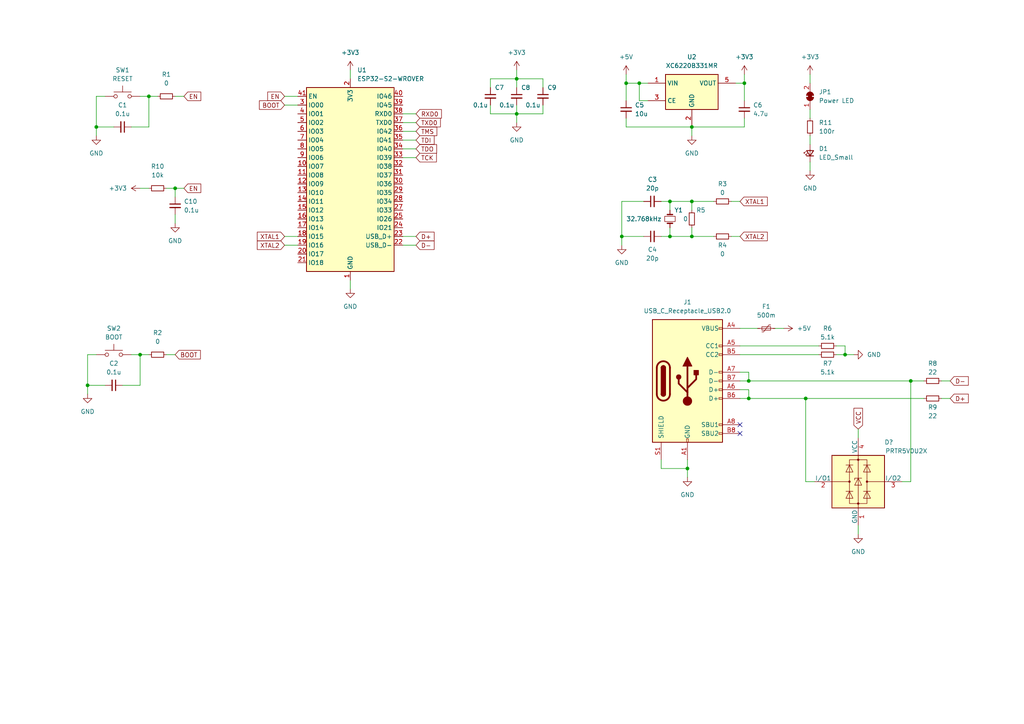
<source format=kicad_sch>
(kicad_sch (version 20211123) (generator eeschema)
  (paper "A4")
  (lib_symbols
    (symbol "Connector:USB_C_Receptacle_USB2.0" (pin_names (offset 1.016))
      (property "Reference" "J" (at -10.16 19.05 0))
      (property "Value" "USB_C_Receptacle_USB2.0" (at 19.05 19.05 0))
      (symbol "USB_C_Receptacle_USB2.0_0_0"
        (rectangle (start -0.254 -17.78) (end 0.254 -16.764))
        (rectangle (start 10.16 -14.986) (end 9.144 -15.494))
        (rectangle (start 10.16 -12.446) (end 9.144 -12.954))
        (rectangle (start 10.16 -4.826) (end 9.144 -5.334))
        (rectangle (start 10.16 -2.286) (end 9.144 -2.794))
        (rectangle (start 10.16 0.254) (end 9.144 -0.254))
        (rectangle (start 10.16 2.794) (end 9.144 2.286))
        (rectangle (start 10.16 7.874) (end 9.144 7.366))
        (rectangle (start 10.16 10.414) (end 9.144 9.906))
        (rectangle (start 10.16 15.494) (end 9.144 14.986))
      )
      (symbol "USB_C_Receptacle_USB2.0_0_1"
        (rectangle (start -10.16 17.78) (end 10.16 -17.78) (stroke (width 0.254)) (fill (type background)))
        (arc (start -8.89 -3.81) (mid -6.985 -5.715) (end -5.08 -3.81) (stroke (width 0.508)))
        (arc (start -7.62 -3.81) (mid -6.985 -4.445) (end -6.35 -3.81) (stroke (width 0.254)))
        (arc (start -7.62 -3.81) (mid -6.985 -4.445) (end -6.35 -3.81) (stroke (width 0.254)) (fill (type outline)))
        (rectangle (start -7.62 -3.81) (end -6.35 3.81) (stroke (width 0.254)) (fill (type outline)))
        (arc (start -6.35 3.81) (mid -6.985 4.445) (end -7.62 3.81) (stroke (width 0.254)))
        (arc (start -6.35 3.81) (mid -6.985 4.445) (end -7.62 3.81) (stroke (width 0.254)) (fill (type outline)))
        (arc (start -5.08 3.81) (mid -6.985 5.715) (end -8.89 3.81) (stroke (width 0.508)))
        (circle (center -2.54 1.143) (radius 0.635) (stroke (width 0.254)) (fill (type outline)))
        (circle (center 0 -5.842) (radius 1.27) (fill (type outline)))
        (polyline (pts (xy -8.89 -3.81) (xy -8.89 3.81)) (stroke (width 0.508)))
        (polyline (pts (xy -5.08 3.81) (xy -5.08 -3.81)) (stroke (width 0.508)))
        (polyline (pts (xy 0 -5.842) (xy 0 4.318)) (stroke (width 0.508)))
        (polyline (pts (xy 0 -3.302) (xy -2.54 -0.762) (xy -2.54 0.508)) (stroke (width 0.508)))
        (polyline (pts (xy 0 -2.032) (xy 2.54 0.508) (xy 2.54 1.778)) (stroke (width 0.508)))
        (polyline (pts (xy -1.27 4.318) (xy 0 6.858) (xy 1.27 4.318) (xy -1.27 4.318)) (stroke (width 0.254)) (fill (type outline)))
        (rectangle (start 1.905 1.778) (end 3.175 3.048) (stroke (width 0.254)) (fill (type outline)))
      )
      (symbol "USB_C_Receptacle_USB2.0_1_1"
        (pin passive line (at 0 -22.86 90) (length 5.08) (name "GND") (number "A1"))
        (pin passive line (at 0 -22.86 90) (length 5.08) hide (name "GND") (number "A12"))
        (pin passive line (at 15.24 15.24 180) (length 5.08) (name "VBUS") (number "A4"))
        (pin bidirectional line (at 15.24 10.16 180) (length 5.08) (name "CC1") (number "A5"))
        (pin bidirectional line (at 15.24 -2.54 180) (length 5.08) (name "D+") (number "A6"))
        (pin bidirectional line (at 15.24 2.54 180) (length 5.08) (name "D-") (number "A7"))
        (pin bidirectional line (at 15.24 -12.7 180) (length 5.08) (name "SBU1") (number "A8"))
        (pin passive line (at 15.24 15.24 180) (length 5.08) hide (name "VBUS") (number "A9"))
        (pin passive line (at 0 -22.86 90) (length 5.08) hide (name "GND") (number "B1"))
        (pin passive line (at 0 -22.86 90) (length 5.08) hide (name "GND") (number "B12"))
        (pin passive line (at 15.24 15.24 180) (length 5.08) hide (name "VBUS") (number "B4"))
        (pin bidirectional line (at 15.24 7.62 180) (length 5.08) (name "CC2") (number "B5"))
        (pin bidirectional line (at 15.24 -5.08 180) (length 5.08) (name "D+") (number "B6"))
        (pin bidirectional line (at 15.24 0 180) (length 5.08) (name "D-") (number "B7"))
        (pin bidirectional line (at 15.24 -15.24 180) (length 5.08) (name "SBU2") (number "B8"))
        (pin passive line (at 15.24 15.24 180) (length 5.08) hide (name "VBUS") (number "B9"))
        (pin passive line (at -7.62 -22.86 90) (length 5.08) (name "SHIELD") (number "S1"))
      )
    )
    (symbol "Device:C_Small" (pin_numbers hide) (pin_names (offset 0.254) hide)
      (property "Reference" "C" (at 0.254 1.778 0))
      (property "Value" "C_Small" (at 0.254 -2.032 0))
      (symbol "C_Small_0_1"
        (polyline (pts (xy -1.524 -0.508) (xy 1.524 -0.508)) (stroke (width 0.3302)))
        (polyline (pts (xy -1.524 0.508) (xy 1.524 0.508)) (stroke (width 0.3048)))
      )
      (symbol "C_Small_1_1"
        (pin passive line (at 0 2.54 270) (length 2.032) (name "~") (number "1"))
        (pin passive line (at 0 -2.54 90) (length 2.032) (name "~") (number "2"))
      )
    )
    (symbol "Device:Crystal_Small" (pin_numbers hide) (pin_names (offset 1.016) hide)
      (property "Reference" "Y" (at 0 2.54 0))
      (property "Value" "Crystal_Small" (at 0 -2.54 0))
      (symbol "Crystal_Small_0_1"
        (rectangle (start -0.762 -1.524) (end 0.762 1.524))
        (polyline (pts (xy -1.27 -0.762) (xy -1.27 0.762)) (stroke (width 0.381)))
        (polyline (pts (xy 1.27 -0.762) (xy 1.27 0.762)) (stroke (width 0.381)))
      )
      (symbol "Crystal_Small_1_1"
        (pin passive line (at -2.54 0 0) (length 1.27) (name "1") (number "1"))
        (pin passive line (at 2.54 0 180) (length 1.27) (name "2") (number "2"))
      )
    )
    (symbol "Device:LED_Small" (pin_numbers hide) (pin_names (offset 0.254) hide)
      (property "Reference" "D" (at -1.27 3.175 0))
      (property "Value" "LED_Small" (at -4.445 -2.54 0))
      (symbol "LED_Small_0_1"
        (polyline (pts (xy -0.762 -1.016) (xy -0.762 1.016)) (stroke (width 0.254)))
        (polyline (pts (xy 1.016 0) (xy -0.762 0)))
        (polyline (pts (xy 0.762 -1.016) (xy -0.762 0) (xy 0.762 1.016) (xy 0.762 -1.016)) (stroke (width 0.254)))
        (polyline (pts (xy 0 0.762) (xy -0.508 1.27) (xy -0.254 1.27) (xy -0.508 1.27) (xy -0.508 1.016)))
        (polyline (pts (xy 0.508 1.27) (xy 0 1.778) (xy 0.254 1.778) (xy 0 1.778) (xy 0 1.524)))
      )
      (symbol "LED_Small_1_1"
        (pin passive line (at -2.54 0 0) (length 1.778) (name "K") (number "1"))
        (pin passive line (at 2.54 0 180) (length 1.778) (name "A") (number "2"))
      )
    )
    (symbol "Device:Polyfuse_Small" (pin_numbers hide) (pin_names (offset 0))
      (property "Reference" "F" (at -1.905 0 90))
      (property "Value" "Polyfuse_Small" (at 1.905 0 90))
      (symbol "Polyfuse_Small_0_1"
        (rectangle (start -0.508 1.27) (end 0.508 -1.27))
        (polyline (pts (xy 0 2.54) (xy 0 -2.54)))
        (polyline (pts (xy -1.016 1.27) (xy -1.016 0.762) (xy 1.016 -0.762) (xy 1.016 -1.27)))
      )
      (symbol "Polyfuse_Small_1_1"
        (pin passive line (at 0 2.54 270) (length 0.635) (name "~") (number "1"))
        (pin passive line (at 0 -2.54 90) (length 0.635) (name "~") (number "2"))
      )
    )
    (symbol "Device:R_Small" (pin_numbers hide) (pin_names (offset 0.254) hide)
      (property "Reference" "R" (at 0.762 0.508 0))
      (property "Value" "R_Small" (at 0.762 -1.016 0))
      (symbol "R_Small_0_1"
        (rectangle (start -0.762 1.778) (end 0.762 -1.778) (stroke (width 0.2032)))
      )
      (symbol "R_Small_1_1"
        (pin passive line (at 0 2.54 270) (length 0.762) (name "~") (number "1"))
        (pin passive line (at 0 -2.54 90) (length 0.762) (name "~") (number "2"))
      )
    )
    (symbol "Jumper:SolderJumper_2_Bridged" (pin_names (offset 0) hide)
      (property "Reference" "JP" (at 0 2.032 0))
      (property "Value" "SolderJumper_2_Bridged" (at 0 -2.54 0))
      (symbol "SolderJumper_2_Bridged_0_1"
        (rectangle (start -0.508 0.508) (end 0.508 -0.508) (fill (type outline)))
        (arc (start -0.254 1.016) (mid -1.27 0) (end -0.254 -1.016))
        (arc (start -0.254 1.016) (mid -1.27 0) (end -0.254 -1.016) (fill (type outline)))
        (polyline (pts (xy -0.254 1.016) (xy -0.254 -1.016)))
        (polyline (pts (xy 0.254 1.016) (xy 0.254 -1.016)))
        (arc (start 0.254 -1.016) (mid 1.27 0) (end 0.254 1.016))
        (arc (start 0.254 -1.016) (mid 1.27 0) (end 0.254 1.016) (fill (type outline)))
      )
      (symbol "SolderJumper_2_Bridged_1_1"
        (pin passive line (at -3.81 0 0) (length 2.54) (name "A") (number "1"))
        (pin passive line (at 3.81 0 180) (length 2.54) (name "B") (number "2"))
      )
    )
    (symbol "Power_Protection:PRTR5V0U2X" (pin_names (offset 0))
      (property "Reference" "D" (at 2.794 8.636 0))
      (property "Value" "PRTR5V0U2X" (at 8.128 -9.398 0))
      (symbol "PRTR5V0U2X_0_1"
        (rectangle (start -7.62 -7.62) (end 7.62 7.62) (stroke (width 0.254)) (fill (type background)))
        (circle (center -2.54 0) (radius 0.254) (fill (type outline)))
        (rectangle (start -2.54 6.35) (end 2.54 -6.35))
        (circle (center 0 -6.35) (radius 0.254) (fill (type outline)))
        (polyline (pts (xy -2.54 0) (xy -7.62 0)))
        (polyline (pts (xy -1.524 -2.794) (xy -3.556 -2.794)))
        (polyline (pts (xy -1.524 4.826) (xy -3.556 4.826)))
        (polyline (pts (xy 0 -7.62) (xy 0 7.62)))
        (polyline (pts (xy 1.524 -2.794) (xy 3.556 -2.794)))
        (polyline (pts (xy 1.524 4.826) (xy 3.556 4.826)))
        (polyline (pts (xy 2.54 0) (xy 7.62 0)))
        (polyline (pts (xy 1.016 1.016) (xy -1.016 1.016) (xy -1.016 0.508)))
        (polyline (pts (xy -3.556 -4.826) (xy -1.524 -4.826) (xy -2.54 -2.794) (xy -3.556 -4.826)))
        (polyline (pts (xy -3.556 2.794) (xy -1.524 2.794) (xy -2.54 4.826) (xy -3.556 2.794)))
        (polyline (pts (xy -1.016 -1.016) (xy 1.016 -1.016) (xy 0 1.016) (xy -1.016 -1.016)))
        (polyline (pts (xy 3.556 -4.826) (xy 1.524 -4.826) (xy 2.54 -2.794) (xy 3.556 -4.826)))
        (polyline (pts (xy 3.556 2.794) (xy 1.524 2.794) (xy 2.54 4.826) (xy 3.556 2.794)))
        (circle (center 0 6.35) (radius 0.254) (fill (type outline)))
        (circle (center 2.54 0) (radius 0.254) (fill (type outline)))
      )
      (symbol "PRTR5V0U2X_1_1"
        (pin passive line (at 0 -12.7 90) (length 5.08) (name "GND") (number "1"))
        (pin passive line (at -12.7 0 0) (length 5.08) (name "I/O1") (number "2"))
        (pin passive line (at 12.7 0 180) (length 5.08) (name "I/O2") (number "3"))
        (pin passive line (at 0 12.7 270) (length 5.08) (name "VCC") (number "4"))
      )
    )
    (symbol "RF_Module:ESP32-S2-WROVER"
      (property "Reference" "U" (at -12.7 29.21 0))
      (property "Value" "ESP32-S2-WROVER" (at 2.54 29.21 0))
      (symbol "ESP32-S2-WROVER_0_1"
        (rectangle (start -12.7 27.94) (end 12.7 -25.4) (stroke (width 0.254)) (fill (type background)))
      )
      (symbol "ESP32-S2-WROVER_1_1"
        (pin power_in line (at 0 -27.94 90) (length 2.54) (name "GND") (number "1"))
        (pin bidirectional line (at -15.24 5.08 0) (length 2.54) (name "IO07") (number "10"))
        (pin bidirectional line (at -15.24 2.54 0) (length 2.54) (name "IO08") (number "11"))
        (pin bidirectional line (at -15.24 0 0) (length 2.54) (name "IO09") (number "12"))
        (pin bidirectional line (at -15.24 -2.54 0) (length 2.54) (name "IO10") (number "13"))
        (pin bidirectional line (at -15.24 -5.08 0) (length 2.54) (name "IO11") (number "14"))
        (pin bidirectional line (at -15.24 -7.62 0) (length 2.54) (name "IO12") (number "15"))
        (pin bidirectional line (at -15.24 -10.16 0) (length 2.54) (name "IO13") (number "16"))
        (pin bidirectional line (at -15.24 -12.7 0) (length 2.54) (name "IO14") (number "17"))
        (pin bidirectional line (at -15.24 -15.24 0) (length 2.54) (name "IO15") (number "18"))
        (pin bidirectional line (at -15.24 -17.78 0) (length 2.54) (name "IO16") (number "19"))
        (pin power_in line (at 0 30.48 270) (length 2.54) (name "3V3") (number "2"))
        (pin bidirectional line (at -15.24 -20.32 0) (length 2.54) (name "IO17") (number "20"))
        (pin bidirectional line (at -15.24 -22.86 0) (length 2.54) (name "IO18") (number "21"))
        (pin bidirectional line (at 15.24 -17.78 180) (length 2.54) (name "USB_D-") (number "22"))
        (pin bidirectional line (at 15.24 -15.24 180) (length 2.54) (name "USB_D+") (number "23"))
        (pin bidirectional line (at 15.24 -12.7 180) (length 2.54) (name "IO21") (number "24"))
        (pin bidirectional line (at 15.24 -10.16 180) (length 2.54) (name "IO26") (number "25"))
        (pin passive line (at 0 -27.94 90) (length 2.54) hide (name "GND") (number "26"))
        (pin bidirectional line (at 15.24 -7.62 180) (length 2.54) (name "IO33") (number "27"))
        (pin bidirectional line (at 15.24 -5.08 180) (length 2.54) (name "IO34") (number "28"))
        (pin bidirectional line (at 15.24 -2.54 180) (length 2.54) (name "IO35") (number "29"))
        (pin bidirectional line (at -15.24 22.86 0) (length 2.54) (name "IO00") (number "3"))
        (pin bidirectional line (at 15.24 0 180) (length 2.54) (name "IO36") (number "30"))
        (pin bidirectional line (at 15.24 2.54 180) (length 2.54) (name "IO37") (number "31"))
        (pin bidirectional line (at 15.24 5.08 180) (length 2.54) (name "IO38") (number "32"))
        (pin bidirectional line (at 15.24 7.62 180) (length 2.54) (name "IO39") (number "33"))
        (pin bidirectional line (at 15.24 10.16 180) (length 2.54) (name "IO40") (number "34"))
        (pin bidirectional line (at 15.24 12.7 180) (length 2.54) (name "IO41") (number "35"))
        (pin bidirectional line (at 15.24 15.24 180) (length 2.54) (name "IO42") (number "36"))
        (pin bidirectional line (at 15.24 17.78 180) (length 2.54) (name "TXD0") (number "37"))
        (pin bidirectional line (at 15.24 20.32 180) (length 2.54) (name "RXD0") (number "38"))
        (pin bidirectional line (at 15.24 22.86 180) (length 2.54) (name "IO45") (number "39"))
        (pin bidirectional line (at -15.24 20.32 0) (length 2.54) (name "IO01") (number "4"))
        (pin input line (at 15.24 25.4 180) (length 2.54) (name "IO46") (number "40"))
        (pin input line (at -15.24 25.4 0) (length 2.54) (name "EN") (number "41"))
        (pin passive line (at 0 -27.94 90) (length 2.54) hide (name "GND") (number "42"))
        (pin passive line (at 0 -27.94 90) (length 2.54) hide (name "GND") (number "43"))
        (pin bidirectional line (at -15.24 17.78 0) (length 2.54) (name "IO02") (number "5"))
        (pin bidirectional line (at -15.24 15.24 0) (length 2.54) (name "IO03") (number "6"))
        (pin bidirectional line (at -15.24 12.7 0) (length 2.54) (name "IO04") (number "7"))
        (pin bidirectional line (at -15.24 10.16 0) (length 2.54) (name "IO05") (number "8"))
        (pin bidirectional line (at -15.24 7.62 0) (length 2.54) (name "IO06") (number "9"))
      )
    )
    (symbol "Regulator_Linear:XC6220B331MR"
      (property "Reference" "U" (at 0 8.89 0))
      (property "Value" "XC6220B331MR" (at 0 6.35 0))
      (symbol "XC6220B331MR_0_1"
        (rectangle (start -7.62 5.08) (end 7.62 -5.08) (stroke (width 0.254)) (fill (type background)))
      )
      (symbol "XC6220B331MR_1_1"
        (pin power_in line (at -12.7 2.54 0) (length 5.08) (name "VIN") (number "1"))
        (pin power_in line (at 0 -10.16 90) (length 5.08) (name "GND") (number "2"))
        (pin input line (at -12.7 -2.54 0) (length 5.08) (name "CE") (number "3"))
        (pin no_connect line (at 12.7 -2.54 180) (length 5.08) hide (name "NC") (number "4"))
        (pin power_out line (at 12.7 2.54 180) (length 5.08) (name "VOUT") (number "5"))
      )
    )
    (symbol "Switch:SW_Push" (pin_numbers hide) (pin_names (offset 1.016) hide)
      (property "Reference" "SW" (at 1.27 2.54 0))
      (property "Value" "SW_Push" (at 0 -1.524 0))
      (symbol "SW_Push_0_1"
        (circle (center -2.032 0) (radius 0.508))
        (polyline (pts (xy 0 1.27) (xy 0 3.048)))
        (polyline (pts (xy 2.54 1.27) (xy -2.54 1.27)))
        (circle (center 2.032 0) (radius 0.508))
        (pin passive line (at -5.08 0 0) (length 2.54) (name "1") (number "1"))
        (pin passive line (at 5.08 0 180) (length 2.54) (name "2") (number "2"))
      )
    )
    (symbol "power:+3.3V" (power) (pin_names (offset 0))
      (property "Value" "+3.3V" (at 0 3.556 0))
      (symbol "+3.3V_0_1"
        (polyline (pts (xy -0.762 1.27) (xy 0 2.54)))
        (polyline (pts (xy 0 0) (xy 0 2.54)))
        (polyline (pts (xy 0 2.54) (xy 0.762 1.27)))
      )
      (symbol "+3.3V_1_1"
        (pin power_in line (at 0 0 90) (length 0) hide (name "+3V3") (number "1"))
      )
    )
    (symbol "power:+5V" (power) (pin_names (offset 0))
      (property "Value" "+5V" (at 0 3.556 0))
      (symbol "+5V_0_1"
        (polyline (pts (xy -0.762 1.27) (xy 0 2.54)))
        (polyline (pts (xy 0 0) (xy 0 2.54)))
        (polyline (pts (xy 0 2.54) (xy 0.762 1.27)))
      )
      (symbol "+5V_1_1"
        (pin power_in line (at 0 0 90) (length 0) hide (name "+5V") (number "1"))
      )
    )
    (symbol "power:GND" (power) (pin_names (offset 0))
      (property "Value" "GND" (at 0 -3.81 0))
      (symbol "GND_0_1"
        (polyline (pts (xy 0 0) (xy 0 -1.27) (xy 1.27 -1.27) (xy 0 -2.54) (xy -1.27 -1.27) (xy 0 -1.27)))
      )
      (symbol "GND_1_1"
        (pin power_in line (at 0 0 270) (length 0) hide (name "GND") (number "1"))
      )
    )
  )
  (junction (at 233.68 115.57))
  (junction (at 215.9 24.13))
  (junction (at 217.17 115.57))
  (junction (at 194.31 68.58))
  (junction (at 50.8 54.61))
  (junction (at 217.17 110.49))
  (junction (at 185.42 24.13))
  (junction (at 40.64 102.87))
  (junction (at 180.34 68.58))
  (junction (at 200.66 68.58))
  (junction (at 181.61 24.13))
  (junction (at 200.66 36.83))
  (junction (at 199.39 135.89))
  (junction (at 245.11 102.87))
  (junction (at 149.86 22.86))
  (junction (at 194.31 58.42))
  (junction (at 149.86 33.02))
  (junction (at 25.4 111.76))
  (junction (at 43.18 27.94))
  (junction (at 200.66 58.42))
  (junction (at 264.16 110.49))
  (junction (at 27.94 36.83))
  (no_connect (at 214.63 125.73))
  (no_connect (at 214.63 123.19))
  (wire (pts (xy 194.31 60.96) (xy 194.31 58.42)))
  (wire (pts (xy 40.64 102.87) (xy 40.64 111.76)))
  (wire (pts (xy 116.84 68.58) (xy 120.65 68.58)))
  (wire (pts (xy 149.86 20.32) (xy 149.86 22.86)))
  (wire (pts (xy 149.86 22.86) (xy 157.48 22.86)))
  (wire (pts (xy 245.11 102.87) (xy 247.65 102.87)))
  (wire (pts (xy 217.17 110.49) (xy 264.16 110.49)))
  (wire (pts (xy 30.48 27.94) (xy 27.94 27.94)))
  (wire (pts (xy 82.55 68.58) (xy 86.36 68.58)))
  (wire (pts (xy 116.84 71.12) (xy 120.65 71.12)))
  (wire (pts (xy 215.9 24.13) (xy 215.9 21.59)))
  (wire (pts (xy 40.64 54.61) (xy 43.18 54.61)))
  (wire (pts (xy 48.26 102.87) (xy 50.8 102.87)))
  (wire (pts (xy 116.84 40.64) (xy 120.65 40.64)))
  (wire (pts (xy 38.1 102.87) (xy 40.64 102.87)))
  (wire (pts (xy 194.31 58.42) (xy 200.66 58.42)))
  (wire (pts (xy 181.61 34.29) (xy 181.61 36.83)))
  (wire (pts (xy 234.95 39.37) (xy 234.95 41.91)))
  (wire (pts (xy 180.34 68.58) (xy 186.69 68.58)))
  (wire (pts (xy 82.55 27.94) (xy 86.36 27.94)))
  (wire (pts (xy 212.09 68.58) (xy 214.63 68.58)))
  (wire (pts (xy 194.31 68.58) (xy 200.66 68.58)))
  (wire (pts (xy 82.55 30.48) (xy 86.36 30.48)))
  (wire (pts (xy 116.84 45.72) (xy 120.65 45.72)))
  (wire (pts (xy 200.66 68.58) (xy 207.01 68.58)))
  (wire (pts (xy 35.56 111.76) (xy 40.64 111.76)))
  (wire (pts (xy 248.92 152.4) (xy 248.92 154.94)))
  (wire (pts (xy 180.34 68.58) (xy 180.34 71.12)))
  (wire (pts (xy 214.63 95.25) (xy 219.71 95.25)))
  (wire (pts (xy 242.57 102.87) (xy 245.11 102.87)))
  (wire (pts (xy 234.95 31.75) (xy 234.95 34.29)))
  (wire (pts (xy 27.94 36.83) (xy 33.02 36.83)))
  (wire (pts (xy 199.39 133.35) (xy 199.39 135.89)))
  (wire (pts (xy 142.24 33.02) (xy 149.86 33.02)))
  (wire (pts (xy 261.62 139.7) (xy 264.16 139.7)))
  (wire (pts (xy 200.66 58.42) (xy 207.01 58.42)))
  (wire (pts (xy 236.22 139.7) (xy 233.68 139.7)))
  (wire (pts (xy 191.77 58.42) (xy 194.31 58.42)))
  (wire (pts (xy 142.24 30.48) (xy 142.24 33.02)))
  (wire (pts (xy 264.16 110.49) (xy 267.97 110.49)))
  (wire (pts (xy 101.6 81.28) (xy 101.6 83.82)))
  (wire (pts (xy 116.84 43.18) (xy 120.65 43.18)))
  (wire (pts (xy 217.17 113.03) (xy 217.17 115.57)))
  (wire (pts (xy 40.64 27.94) (xy 43.18 27.94)))
  (wire (pts (xy 25.4 111.76) (xy 30.48 111.76)))
  (wire (pts (xy 142.24 22.86) (xy 149.86 22.86)))
  (wire (pts (xy 214.63 110.49) (xy 217.17 110.49)))
  (wire (pts (xy 234.95 46.99) (xy 234.95 49.53)))
  (wire (pts (xy 214.63 102.87) (xy 237.49 102.87)))
  (wire (pts (xy 233.68 115.57) (xy 233.68 139.7)))
  (wire (pts (xy 82.55 71.12) (xy 86.36 71.12)))
  (wire (pts (xy 43.18 27.94) (xy 45.72 27.94)))
  (wire (pts (xy 27.94 102.87) (xy 25.4 102.87)))
  (wire (pts (xy 185.42 24.13) (xy 185.42 29.21)))
  (wire (pts (xy 214.63 107.95) (xy 217.17 107.95)))
  (wire (pts (xy 191.77 68.58) (xy 194.31 68.58)))
  (wire (pts (xy 234.95 21.59) (xy 234.95 24.13)))
  (wire (pts (xy 187.96 24.13) (xy 185.42 24.13)))
  (wire (pts (xy 181.61 24.13) (xy 185.42 24.13)))
  (wire (pts (xy 43.18 27.94) (xy 43.18 36.83)))
  (wire (pts (xy 215.9 24.13) (xy 215.9 29.21)))
  (wire (pts (xy 116.84 33.02) (xy 120.65 33.02)))
  (wire (pts (xy 214.63 100.33) (xy 237.49 100.33)))
  (wire (pts (xy 157.48 30.48) (xy 157.48 33.02)))
  (wire (pts (xy 273.05 110.49) (xy 275.59 110.49)))
  (wire (pts (xy 200.66 36.83) (xy 215.9 36.83)))
  (wire (pts (xy 149.86 33.02) (xy 157.48 33.02)))
  (wire (pts (xy 181.61 21.59) (xy 181.61 24.13)))
  (wire (pts (xy 242.57 100.33) (xy 245.11 100.33)))
  (wire (pts (xy 214.63 115.57) (xy 217.17 115.57)))
  (wire (pts (xy 50.8 27.94) (xy 53.34 27.94)))
  (wire (pts (xy 50.8 54.61) (xy 50.8 57.15)))
  (wire (pts (xy 217.17 107.95) (xy 217.17 110.49)))
  (wire (pts (xy 48.26 54.61) (xy 50.8 54.61)))
  (wire (pts (xy 191.77 135.89) (xy 199.39 135.89)))
  (wire (pts (xy 200.66 36.83) (xy 200.66 39.37)))
  (wire (pts (xy 181.61 36.83) (xy 200.66 36.83)))
  (wire (pts (xy 212.09 58.42) (xy 214.63 58.42)))
  (wire (pts (xy 157.48 22.86) (xy 157.48 25.4)))
  (wire (pts (xy 264.16 110.49) (xy 264.16 139.7)))
  (wire (pts (xy 116.84 38.1) (xy 120.65 38.1)))
  (wire (pts (xy 53.34 54.61) (xy 50.8 54.61)))
  (wire (pts (xy 50.8 62.23) (xy 50.8 64.77)))
  (wire (pts (xy 245.11 100.33) (xy 245.11 102.87)))
  (wire (pts (xy 38.1 36.83) (xy 43.18 36.83)))
  (wire (pts (xy 199.39 135.89) (xy 199.39 138.43)))
  (wire (pts (xy 116.84 35.56) (xy 120.65 35.56)))
  (wire (pts (xy 27.94 36.83) (xy 27.94 39.37)))
  (wire (pts (xy 200.66 68.58) (xy 200.66 66.04)))
  (wire (pts (xy 200.66 58.42) (xy 200.66 60.96)))
  (wire (pts (xy 25.4 102.87) (xy 25.4 111.76)))
  (wire (pts (xy 180.34 58.42) (xy 180.34 68.58)))
  (wire (pts (xy 101.6 20.32) (xy 101.6 22.86)))
  (wire (pts (xy 25.4 111.76) (xy 25.4 114.3)))
  (wire (pts (xy 191.77 133.35) (xy 191.77 135.89)))
  (wire (pts (xy 185.42 29.21) (xy 187.96 29.21)))
  (wire (pts (xy 217.17 115.57) (xy 233.68 115.57)))
  (wire (pts (xy 40.64 102.87) (xy 43.18 102.87)))
  (wire (pts (xy 27.94 27.94) (xy 27.94 36.83)))
  (wire (pts (xy 194.31 66.04) (xy 194.31 68.58)))
  (wire (pts (xy 142.24 25.4) (xy 142.24 22.86)))
  (wire (pts (xy 213.36 24.13) (xy 215.9 24.13)))
  (wire (pts (xy 224.79 95.25) (xy 227.33 95.25)))
  (wire (pts (xy 149.86 33.02) (xy 149.86 35.56)))
  (wire (pts (xy 273.05 115.57) (xy 275.59 115.57)))
  (wire (pts (xy 181.61 24.13) (xy 181.61 29.21)))
  (wire (pts (xy 248.92 124.46) (xy 248.92 127)))
  (wire (pts (xy 186.69 58.42) (xy 180.34 58.42)))
  (wire (pts (xy 233.68 115.57) (xy 267.97 115.57)))
  (wire (pts (xy 149.86 30.48) (xy 149.86 33.02)))
  (wire (pts (xy 215.9 34.29) (xy 215.9 36.83)))
  (wire (pts (xy 214.63 113.03) (xy 217.17 113.03)))
  (wire (pts (xy 149.86 22.86) (xy 149.86 25.4)))
  (global_label "XTAL1" (shape input) (at 82.55 68.58 180) (property "Intersheet References" "${INTERSHEET_REFS}" (effects hide)))
  (global_label "TDO" (shape input) (at 120.65 43.18 0) (property "Intersheet References" "${INTERSHEET_REFS}" (effects hide)))
  (global_label "D-" (shape input) (at 275.59 110.49 0) (property "Intersheet References" "${INTERSHEET_REFS}" (effects hide)))
  (global_label "TCK" (shape input) (at 120.65 45.72 0) (property "Intersheet References" "${INTERSHEET_REFS}" (effects hide)))
  (global_label "D+" (shape input) (at 275.59 115.57 0) (property "Intersheet References" "${INTERSHEET_REFS}" (effects hide)))
  (global_label "D+" (shape input) (at 120.65 68.58 0) (property "Intersheet References" "${INTERSHEET_REFS}" (effects hide)))
  (global_label "TDI" (shape input) (at 120.65 40.64 0) (property "Intersheet References" "${INTERSHEET_REFS}" (effects hide)))
  (global_label "XTAL1" (shape input) (at 214.63 58.42 0) (property "Intersheet References" "${INTERSHEET_REFS}" (effects hide)))
  (global_label "XTAL2" (shape input) (at 214.63 68.58 0) (property "Intersheet References" "${INTERSHEET_REFS}" (effects hide)))
  (global_label "XTAL2" (shape input) (at 82.55 71.12 180) (property "Intersheet References" "${INTERSHEET_REFS}" (effects hide)))
  (global_label "TXD0" (shape input) (at 120.65 35.56 0) (property "Intersheet References" "${INTERSHEET_REFS}" (effects hide)))
  (global_label "EN" (shape input) (at 82.55 27.94 180) (property "Intersheet References" "${INTERSHEET_REFS}" (effects hide)))
  (global_label "TMS" (shape input) (at 120.65 38.1 0) (property "Intersheet References" "${INTERSHEET_REFS}" (effects hide)))
  (global_label "EN" (shape input) (at 53.34 27.94 0) (property "Intersheet References" "${INTERSHEET_REFS}" (effects hide)))
  (global_label "D-" (shape input) (at 120.65 71.12 0) (property "Intersheet References" "${INTERSHEET_REFS}" (effects hide)))
  (global_label "BOOT" (shape input) (at 50.8 102.87 0) (property "Intersheet References" "${INTERSHEET_REFS}" (effects hide)))
  (global_label "VCC" (shape input) (at 248.92 124.46 90) (property "Intersheet References" "${INTERSHEET_REFS}" (effects hide)))
  (global_label "EN" (shape input) (at 53.34 54.61 0) (property "Intersheet References" "${INTERSHEET_REFS}" (effects hide)))
  (global_label "RXD0" (shape input) (at 120.65 33.02 0) (property "Intersheet References" "${INTERSHEET_REFS}" (effects hide)))
  (global_label "BOOT" (shape input) (at 82.55 30.48 180) (property "Intersheet References" "${INTERSHEET_REFS}" (effects hide)))
  (symbol (lib_id "Device:R_Small") (at 209.55 58.42 90) (unit 1)
    (property "Reference" "R3" (at 209.55 53.34 90))
    (property "Value" "0" (at 209.55 55.88 90))
    (property "Footprint" "Resistor_SMD:R_0805_2012Metric" (effects hide))
  )
  (symbol (lib_id "Device:R_Small") (at 45.72 102.87 90) (unit 1)
    (property "Reference" "R2" (at 45.72 96.52 90))
    (property "Value" "0" (at 45.72 99.06 90))
    (property "Footprint" "Resistor_SMD:R_0805_2012Metric" (effects hide))
  )
  (symbol (lib_id "power:GND") (at 199.39 138.43 0) (unit 1)
    (property "Reference" "#PWR?" (effects hide))
    (property "Value" "GND" (at 199.39 143.51 0))
  )
  (symbol (lib_id "power:+3.3V") (at 234.95 21.59 0) (unit 1)
    (property "Reference" "#PWR?" (effects hide))
    (property "Value" "+3.3V" (at 234.95 16.51 0))
  )
  (symbol (lib_id "Device:C_Small") (at 215.9 31.75 0) (unit 1)
    (property "Reference" "C6" (at 218.44 30.4862 0) (effects (justify left)))
    (property "Value" "4.7u" (at 218.44 33.0262 0) (effects (justify left)))
  )
  (symbol (lib_id "Device:LED_Small") (at 234.95 44.45 90) (unit 1)
    (property "Reference" "D1" (at 237.49 43.1164 90) (effects (justify right)))
    (property "Value" "LED_Small" (at 237.49 45.6564 90) (effects (justify right)))
    (property "Footprint" "LED_SMD:LED_0805_2012Metric" (effects hide))
  )
  (symbol (lib_id "Device:R_Small") (at 200.66 63.5 0) (unit 1)
    (property "Reference" "R5" (at 201.93 60.96 0) (effects (justify left)))
    (property "Value" "0" (at 198.12 63.5 0) (effects (justify left)))
    (property "Footprint" "Resistor_SMD:R_0805_2012Metric" (effects hide))
  )
  (symbol (lib_id "Regulator_Linear:XC6220B331MR") (at 200.66 26.67 0) (unit 1)
    (property "Reference" "U2" (at 200.66 16.51 0))
    (property "Value" "XC6220B331MR" (at 200.66 19.05 0))
    (property "Footprint" "Package_TO_SOT_SMD:SOT-23-5" (effects hide))
    (property "Datasheet" "https://www.torexsemi.com/file/xc6220/XC6220.pdf" (effects hide))
  )
  (symbol (lib_id "power:+5V") (at 227.33 95.25 270) (unit 1)
    (property "Reference" "#PWR?" (effects hide))
    (property "Value" "+5V" (at 231.14 95.2499 90) (effects (justify left)))
  )
  (symbol (lib_id "power:GND") (at 180.34 71.12 0) (unit 1)
    (property "Reference" "#PWR?" (effects hide))
    (property "Value" "GND" (at 180.34 76.2 0))
  )
  (symbol (lib_id "power:+5V") (at 181.61 21.59 0) (unit 1)
    (property "Reference" "#PWR?" (effects hide))
    (property "Value" "+5V" (at 181.61 16.51 0))
  )
  (symbol (lib_id "power:+3.3V") (at 149.86 20.32 0) (unit 1)
    (property "Reference" "#PWR?" (effects hide))
    (property "Value" "+3.3V" (at 149.86 15.24 0))
  )
  (symbol (lib_id "Device:R_Small") (at 45.72 54.61 90) (unit 1)
    (property "Reference" "R10" (at 45.72 48.26 90))
    (property "Value" "10k" (at 45.72 50.8 90))
    (property "Footprint" "Resistor_SMD:R_0805_2012Metric" (effects hide))
  )
  (symbol (lib_id "Device:C_Small") (at 181.61 31.75 0) (unit 1)
    (property "Reference" "C5" (at 184.15 30.4862 0) (effects (justify left)))
    (property "Value" "10u" (at 184.15 33.0262 0) (effects (justify left)))
    (property "Footprint" "Capacitor_SMD:C_0805_2012Metric" (effects hide))
  )
  (symbol (lib_id "Device:C_Small") (at 35.56 36.83 270) (unit 1)
    (property "Reference" "C1" (at 35.5536 30.48 90))
    (property "Value" "0.1u" (at 35.5536 33.02 90))
    (property "Footprint" "Capacitor_SMD:C_0805_2012Metric" (effects hide))
  )
  (symbol (lib_id "power:GND") (at 25.4 114.3 0) (unit 1)
    (property "Reference" "#PWR?" (effects hide))
    (property "Value" "GND" (at 25.4 119.38 0))
  )
  (symbol (lib_id "Device:R_Small") (at 240.03 100.33 90) (unit 1)
    (property "Reference" "R6" (at 240.03 95.25 90))
    (property "Value" "5.1k" (at 240.03 97.79 90))
    (property "Footprint" "Resistor_SMD:R_0805_2012Metric" (effects hide))
  )
  (symbol (lib_id "power:+3.3V") (at 215.9 21.59 0) (unit 1)
    (property "Reference" "#PWR?" (effects hide))
    (property "Value" "+3.3V" (at 215.9 16.51 0))
  )
  (symbol (lib_id "power:+3.3V") (at 101.6 20.32 0) (unit 1)
    (property "Reference" "#PWR?" (effects hide))
    (property "Value" "+3.3V" (at 101.6 15.24 0))
  )
  (symbol (lib_id "Device:R_Small") (at 270.51 110.49 270) (unit 1)
    (property "Reference" "R8" (at 270.51 105.41 90))
    (property "Value" "22" (at 270.51 107.95 90))
    (property "Footprint" "Resistor_SMD:R_0805_2012Metric" (effects hide))
  )
  (symbol (lib_id "power:+3.3V") (at 40.64 54.61 90) (unit 1)
    (property "Reference" "#PWR?" (effects hide))
    (property "Value" "+3.3V" (at 36.83 54.6099 90) (effects (justify left)))
  )
  (symbol (lib_id "Device:R_Small") (at 209.55 68.58 270) (unit 1)
    (property "Reference" "R4" (at 209.55 71.12 90))
    (property "Value" "0" (at 209.55 73.66 90))
    (property "Footprint" "Resistor_SMD:R_0805_2012Metric" (effects hide))
  )
  (symbol (lib_id "Switch:SW_Push") (at 35.56 27.94 0) (unit 1)
    (property "Reference" "SW1" (at 35.56 20.32 0))
    (property "Value" "RESET" (at 35.56 22.86 0))
  )
  (symbol (lib_id "Device:C_Small") (at 157.48 27.94 0) (unit 1)
    (property "Reference" "C9" (at 158.75 25.4 0) (effects (justify left)))
    (property "Value" "0.1u" (at 152.4 30.48 0) (effects (justify left)))
    (property "Footprint" "Capacitor_SMD:C_0805_2012Metric" (effects hide))
  )
  (symbol (lib_id "Device:Crystal_Small") (at 194.31 63.5 90) (unit 1)
    (property "Reference" "Y1" (at 195.58 60.96 90) (effects (justify right)))
    (property "Value" "32.768kHz" (at 181.61 63.5 90) (effects (justify right)))
    (property "Footprint" "Crystal:Crystal_SMD_5032-2Pin_5.0x3.2mm_HandSoldering" (effects hide))
  )
  (symbol (lib_id "Device:R_Small") (at 270.51 115.57 90) (unit 1)
    (property "Reference" "R9" (at 270.51 118.11 90))
    (property "Value" "22" (at 270.51 120.65 90))
    (property "Footprint" "Resistor_SMD:R_0805_2012Metric" (effects hide))
  )
  (symbol (lib_id "power:GND") (at 27.94 39.37 0) (unit 1)
    (property "Reference" "#PWR?" (effects hide))
    (property "Value" "GND" (at 27.94 44.45 0))
  )
  (symbol (lib_id "power:GND") (at 247.65 102.87 90) (unit 1)
    (property "Reference" "#PWR?" (effects hide))
    (property "Value" "GND" (at 251.46 102.8699 90) (effects (justify right)))
  )
  (symbol (lib_id "Power_Protection:PRTR5V0U2X") (at 248.92 139.7 0) (unit 1)
    (property "Reference" "D?" (at 257.81 128.27 0))
    (property "Value" "PRTR5V0U2X" (at 262.89 130.81 0))
    (property "Footprint" "Package_TO_SOT_SMD:SOT-143" (effects hide))
    (property "Datasheet" "https://assets.nexperia.com/documents/data-sheet/PRTR5V0U2X.pdf" (effects hide))
  )
  (symbol (lib_id "Switch:SW_Push") (at 33.02 102.87 0) (unit 1)
    (property "Reference" "SW2" (at 33.02 95.25 0))
    (property "Value" "BOOT" (at 33.02 97.79 0))
  )
  (symbol (lib_id "Jumper:SolderJumper_2_Bridged") (at 234.95 27.94 90) (unit 1)
    (property "Reference" "JP1" (at 237.49 26.6699 90) (effects (justify right)))
    (property "Value" "Power LED" (at 237.49 29.2099 90) (effects (justify right)))
    (property "Footprint" "Jumper:SolderJumper-2_P1.3mm_Bridged_RoundedPad1.0x1.5mm" (effects hide))
  )
  (symbol (lib_id "power:GND") (at 200.66 39.37 0) (unit 1)
    (property "Reference" "#PWR?" (effects hide))
    (property "Value" "GND" (at 200.66 44.45 0))
  )
  (symbol (lib_id "Device:C_Small") (at 33.02 111.76 270) (unit 1)
    (property "Reference" "C2" (at 33.0136 105.41 90))
    (property "Value" "0.1u" (at 33.0136 107.95 90))
    (property "Footprint" "Capacitor_SMD:C_0805_2012Metric" (effects hide))
  )
  (symbol (lib_id "power:GND") (at 248.92 154.94 0) (unit 1)
    (property "Reference" "#PWR?" (effects hide))
    (property "Value" "GND" (at 248.92 160.02 0))
  )
  (symbol (lib_id "Connector:USB_C_Receptacle_USB2.0") (at 199.39 110.49 0) (unit 1)
    (property "Reference" "J1" (at 199.39 87.63 0))
    (property "Value" "USB_C_Receptacle_USB2.0" (at 199.39 90.17 0))
    (property "Datasheet" "https://www.usb.org/sites/default/files/documents/usb_type-c.zip" (effects hide))
  )
  (symbol (lib_id "power:GND") (at 50.8 64.77 0) (unit 1)
    (property "Reference" "#PWR?" (effects hide))
    (property "Value" "GND" (at 50.8 69.85 0))
  )
  (symbol (lib_id "RF_Module:ESP32-S2-WROVER") (at 101.6 53.34 0) (unit 1)
    (property "Reference" "U1" (at 103.6194 20.32 0) (effects (justify left)))
    (property "Value" "ESP32-S2-WROVER" (at 103.6194 22.86 0) (effects (justify left)))
    (property "Footprint" "RF_Module:ESP32-S2-WROVER" (effects hide))
    (property "Datasheet" "https://www.espressif.com/sites/default/files/documentation/esp32-s2-wroom_esp32-s2-wroom-i_datasheet_en.pdf" (effects hide))
  )
  (symbol (lib_id "Device:R_Small") (at 240.03 102.87 90) (unit 1)
    (property "Reference" "R7" (at 240.03 105.41 90))
    (property "Value" "5.1k" (at 240.03 107.95 90))
    (property "Footprint" "Resistor_SMD:R_0805_2012Metric" (effects hide))
  )
  (symbol (lib_id "Device:Polyfuse_Small") (at 222.25 95.25 90) (unit 1)
    (property "Reference" "F1" (at 222.25 88.9 90))
    (property "Value" "500m" (at 222.25 91.44 90))
  )
  (symbol (lib_id "Device:R_Small") (at 48.26 27.94 90) (unit 1)
    (property "Reference" "R1" (at 48.26 21.59 90))
    (property "Value" "0" (at 48.26 24.13 90))
    (property "Footprint" "Resistor_SMD:R_0805_2012Metric" (effects hide))
  )
  (symbol (lib_id "Device:C_Small") (at 50.8 59.69 0) (unit 1)
    (property "Reference" "C10" (at 53.34 58.4262 0) (effects (justify left)))
    (property "Value" "0.1u" (at 53.34 60.9662 0) (effects (justify left)))
    (property "Footprint" "Capacitor_SMD:C_0805_2012Metric" (effects hide))
  )
  (symbol (lib_id "Device:C_Small") (at 149.86 27.94 0) (unit 1)
    (property "Reference" "C8" (at 151.13 25.4 0) (effects (justify left)))
    (property "Value" "0.1u" (at 144.78 30.48 0) (effects (justify left)))
    (property "Footprint" "Capacitor_SMD:C_0805_2012Metric" (effects hide))
  )
  (symbol (lib_id "power:GND") (at 101.6 83.82 0) (unit 1)
    (property "Reference" "#PWR?" (effects hide))
    (property "Value" "GND" (at 101.6 88.9 0))
  )
  (symbol (lib_id "Device:C_Small") (at 189.23 68.58 90) (unit 1)
    (property "Reference" "C4" (at 189.23 72.39 90))
    (property "Value" "20p" (at 189.23 74.93 90))
    (property "Footprint" "Capacitor_SMD:C_0805_2012Metric" (effects hide))
  )
  (symbol (lib_id "Device:C_Small") (at 189.23 58.42 90) (unit 1)
    (property "Reference" "C3" (at 189.2363 52.07 90))
    (property "Value" "20p" (at 189.2363 54.61 90))
    (property "Footprint" "Capacitor_SMD:C_0805_2012Metric" (effects hide))
  )
  (symbol (lib_id "Device:C_Small") (at 142.24 27.94 0) (unit 1)
    (property "Reference" "C7" (at 143.51 25.4 0) (effects (justify left)))
    (property "Value" "0.1u" (at 137.16 30.48 0) (effects (justify left)))
    (property "Footprint" "Capacitor_SMD:C_0805_2012Metric" (effects hide))
  )
  (symbol (lib_id "power:GND") (at 149.86 35.56 0) (unit 1)
    (property "Reference" "#PWR?" (effects hide))
    (property "Value" "GND" (at 149.86 40.64 0))
  )
  (symbol (lib_id "power:GND") (at 234.95 49.53 0) (unit 1)
    (property "Reference" "#PWR?" (effects hide))
    (property "Value" "GND" (at 234.95 54.61 0))
  )
  (symbol (lib_id "Device:R_Small") (at 234.95 36.83 0) (unit 1)
    (property "Reference" "R11" (at 237.49 35.5599 0) (effects (justify left)))
    (property "Value" "100r" (at 237.49 38.0999 0) (effects (justify left)))
    (property "Footprint" "Resistor_SMD:R_0805_2012Metric" (effects hide))
  )
)
</source>
